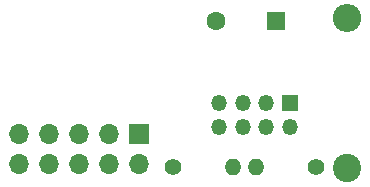
<source format=gbr>
%TF.GenerationSoftware,KiCad,Pcbnew,7.0.7*%
%TF.CreationDate,2023-10-14T22:56:05-05:00*%
%TF.ProjectId,USB-CV1,5553422d-4356-4312-9e6b-696361645f70,rev?*%
%TF.SameCoordinates,Original*%
%TF.FileFunction,Soldermask,Bot*%
%TF.FilePolarity,Negative*%
%FSLAX46Y46*%
G04 Gerber Fmt 4.6, Leading zero omitted, Abs format (unit mm)*
G04 Created by KiCad (PCBNEW 7.0.7) date 2023-10-14 22:56:05*
%MOMM*%
%LPD*%
G01*
G04 APERTURE LIST*
%ADD10R,1.700000X1.700000*%
%ADD11O,1.700000X1.700000*%
%ADD12C,1.400000*%
%ADD13O,1.400000X1.400000*%
%ADD14R,1.350000X1.350000*%
%ADD15O,1.350000X1.350000*%
%ADD16R,1.600000X1.600000*%
%ADD17C,1.600000*%
%ADD18C,2.400000*%
%ADD19O,2.400000X2.400000*%
G04 APERTURE END LIST*
D10*
%TO.C,J2*%
X122070000Y-85510000D03*
D11*
X122070000Y-88050000D03*
X119530000Y-85510000D03*
X119530000Y-88050000D03*
X116990000Y-85510000D03*
X116990000Y-88050000D03*
X114450000Y-85510000D03*
X114450000Y-88050000D03*
X111910000Y-85510000D03*
X111910000Y-88050000D03*
%TD*%
D12*
%TO.C,R2*%
X124960000Y-88320000D03*
D13*
X130040000Y-88320000D03*
%TD*%
D14*
%TO.C,J1*%
X134850000Y-82880000D03*
D15*
X134850000Y-84880000D03*
X132850000Y-82880000D03*
X132850000Y-84880000D03*
X130850000Y-82880000D03*
X130850000Y-84880000D03*
X128850000Y-82880000D03*
X128850000Y-84880000D03*
%TD*%
D16*
%TO.C,C1*%
X133642651Y-75920000D03*
D17*
X128642651Y-75920000D03*
%TD*%
D12*
%TO.C,R1*%
X137090000Y-88300000D03*
D13*
X132010000Y-88300000D03*
%TD*%
D18*
%TO.C,FB1*%
X139690000Y-88410000D03*
D19*
X139690000Y-75710000D03*
%TD*%
M02*

</source>
